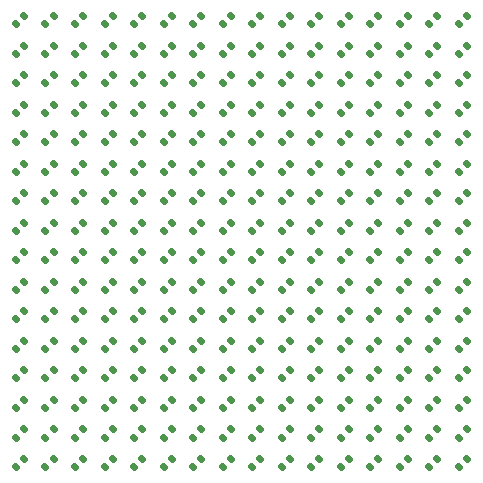
<source format=gtp>
G04 #@! TF.GenerationSoftware,KiCad,Pcbnew,7.0.10-7.0.10~ubuntu22.04.1*
G04 #@! TF.CreationDate,2024-07-08T11:58:00-07:00*
G04 #@! TF.ProjectId,driver_cplex_rp2040,64726976-6572-45f6-9370-6c65785f7270,rev?*
G04 #@! TF.SameCoordinates,Original*
G04 #@! TF.FileFunction,Paste,Top*
G04 #@! TF.FilePolarity,Positive*
%FSLAX46Y46*%
G04 Gerber Fmt 4.6, Leading zero omitted, Abs format (unit mm)*
G04 Created by KiCad (PCBNEW 7.0.10-7.0.10~ubuntu22.04.1) date 2024-07-08 11:58:00*
%MOMM*%
%LPD*%
G01*
G04 APERTURE LIST*
G04 Aperture macros list*
%AMRoundRect*
0 Rectangle with rounded corners*
0 $1 Rounding radius*
0 $2 $3 $4 $5 $6 $7 $8 $9 X,Y pos of 4 corners*
0 Add a 4 corners polygon primitive as box body*
4,1,4,$2,$3,$4,$5,$6,$7,$8,$9,$2,$3,0*
0 Add four circle primitives for the rounded corners*
1,1,$1+$1,$2,$3*
1,1,$1+$1,$4,$5*
1,1,$1+$1,$6,$7*
1,1,$1+$1,$8,$9*
0 Add four rect primitives between the rounded corners*
20,1,$1+$1,$2,$3,$4,$5,0*
20,1,$1+$1,$4,$5,$6,$7,0*
20,1,$1+$1,$6,$7,$8,$9,0*
20,1,$1+$1,$8,$9,$2,$3,0*%
G04 Aperture macros list end*
%ADD10RoundRect,0.147500X-0.017678X0.226274X-0.226274X0.017678X0.017678X-0.226274X0.226274X-0.017678X0*%
G04 APERTURE END LIST*
D10*
X79092947Y-63407053D03*
X78407053Y-64092947D03*
X76592947Y-83407053D03*
X75907053Y-84092947D03*
X76592947Y-63407053D03*
X75907053Y-64092947D03*
X74092947Y-83407053D03*
X73407053Y-84092947D03*
X74092947Y-63407053D03*
X73407053Y-64092947D03*
X71592947Y-83407053D03*
X70907053Y-84092947D03*
X71592947Y-63407053D03*
X70907053Y-64092947D03*
X79092947Y-80907053D03*
X78407053Y-81592947D03*
X79092947Y-60907053D03*
X78407053Y-61592947D03*
X76592947Y-80907053D03*
X75907053Y-81592947D03*
X76592947Y-60907053D03*
X75907053Y-61592947D03*
X74092947Y-80907053D03*
X73407053Y-81592947D03*
X74092947Y-60907053D03*
X73407053Y-61592947D03*
X71592947Y-80907053D03*
X70907053Y-81592947D03*
X79092947Y-78407053D03*
X78407053Y-79092947D03*
X71592947Y-60907053D03*
X70907053Y-61592947D03*
X79092947Y-85907053D03*
X78407053Y-86592947D03*
X76592947Y-68407053D03*
X75907053Y-69092947D03*
X76592947Y-88407053D03*
X75907053Y-89092947D03*
X69092947Y-88407053D03*
X68407053Y-89092947D03*
X79092947Y-68407053D03*
X78407053Y-69092947D03*
X74092947Y-88407053D03*
X73407053Y-89092947D03*
X74092947Y-68407053D03*
X73407053Y-69092947D03*
X71592947Y-88407053D03*
X70907053Y-89092947D03*
X71592947Y-68407053D03*
X70907053Y-69092947D03*
X79092947Y-83407053D03*
X78407053Y-84092947D03*
X79092947Y-65907053D03*
X78407053Y-66592947D03*
X76592947Y-85907053D03*
X75907053Y-86592947D03*
X76592947Y-65907053D03*
X75907053Y-66592947D03*
X74092947Y-85907053D03*
X73407053Y-86592947D03*
X74092947Y-65907053D03*
X73407053Y-66592947D03*
X71592947Y-85907053D03*
X70907053Y-86592947D03*
X71592947Y-65907053D03*
X70907053Y-66592947D03*
X79092947Y-53407053D03*
X78407053Y-54092947D03*
X69092947Y-65907053D03*
X68407053Y-66592947D03*
X71592947Y-50907053D03*
X70907053Y-51592947D03*
X71592947Y-70907053D03*
X70907053Y-71592947D03*
X74092947Y-50907053D03*
X73407053Y-51592947D03*
X74092947Y-70907053D03*
X73407053Y-71592947D03*
X76592947Y-50907053D03*
X75907053Y-51592947D03*
X76592947Y-70907053D03*
X75907053Y-71592947D03*
X79092947Y-50907053D03*
X78407053Y-51592947D03*
X79092947Y-70907053D03*
X78407053Y-71592947D03*
X71592947Y-53407053D03*
X70907053Y-54092947D03*
X71592947Y-73407053D03*
X70907053Y-74092947D03*
X74092947Y-53407053D03*
X73407053Y-54092947D03*
X74092947Y-73407053D03*
X73407053Y-74092947D03*
X76592947Y-53407053D03*
X75907053Y-54092947D03*
X76592947Y-73407053D03*
X75907053Y-74092947D03*
X79092947Y-58407053D03*
X78407053Y-59092947D03*
X79092947Y-73407053D03*
X78407053Y-74092947D03*
X71592947Y-55907053D03*
X70907053Y-56592947D03*
X71592947Y-75907053D03*
X70907053Y-76592947D03*
X74092947Y-55907053D03*
X73407053Y-56592947D03*
X74092947Y-75907053D03*
X73407053Y-76592947D03*
X76592947Y-55907053D03*
X75907053Y-56592947D03*
X76592947Y-75907053D03*
X75907053Y-76592947D03*
X79092947Y-55907053D03*
X78407053Y-56592947D03*
X79092947Y-75907053D03*
X78407053Y-76592947D03*
X71592947Y-58407053D03*
X70907053Y-59092947D03*
X71592947Y-78407053D03*
X70907053Y-79092947D03*
X74092947Y-58407053D03*
X73407053Y-59092947D03*
X74092947Y-78407053D03*
X73407053Y-79092947D03*
X76592947Y-58407053D03*
X75907053Y-59092947D03*
X76592947Y-78407053D03*
X75907053Y-79092947D03*
X89092947Y-80907053D03*
X88407053Y-81592947D03*
X89092947Y-83407053D03*
X88407053Y-84092947D03*
X89092947Y-63407053D03*
X88407053Y-64092947D03*
X86592947Y-83407053D03*
X85907053Y-84092947D03*
X86592947Y-63407053D03*
X85907053Y-64092947D03*
X84092947Y-83407053D03*
X83407053Y-84092947D03*
X84092947Y-63407053D03*
X83407053Y-64092947D03*
X81592947Y-83407053D03*
X80907053Y-84092947D03*
X81592947Y-63407053D03*
X80907053Y-64092947D03*
X81592947Y-65907053D03*
X80907053Y-66592947D03*
X89092947Y-60907053D03*
X88407053Y-61592947D03*
X86592947Y-80907053D03*
X85907053Y-81592947D03*
X86592947Y-60907053D03*
X85907053Y-61592947D03*
X84092947Y-80907053D03*
X83407053Y-81592947D03*
X84092947Y-60907053D03*
X83407053Y-61592947D03*
X81592947Y-80907053D03*
X80907053Y-81592947D03*
X81592947Y-60907053D03*
X80907053Y-61592947D03*
X89092947Y-78407053D03*
X88407053Y-79092947D03*
X81592947Y-85907053D03*
X80907053Y-86592947D03*
X84092947Y-65907053D03*
X83407053Y-66592947D03*
X84092947Y-85907053D03*
X83407053Y-86592947D03*
X86592947Y-65907053D03*
X85907053Y-66592947D03*
X86592947Y-85907053D03*
X85907053Y-86592947D03*
X89092947Y-65907053D03*
X88407053Y-66592947D03*
X89092947Y-85907053D03*
X88407053Y-86592947D03*
X81592947Y-68407053D03*
X80907053Y-69092947D03*
X81592947Y-88407053D03*
X80907053Y-89092947D03*
X84092947Y-68407053D03*
X83407053Y-69092947D03*
X84092947Y-88407053D03*
X83407053Y-89092947D03*
X86592947Y-68407053D03*
X85907053Y-69092947D03*
X86592947Y-88407053D03*
X85907053Y-89092947D03*
X89092947Y-68407053D03*
X88407053Y-69092947D03*
X89092947Y-88407053D03*
X88407053Y-89092947D03*
X89092947Y-73407053D03*
X88407053Y-74092947D03*
X81592947Y-50907053D03*
X80907053Y-51592947D03*
X81592947Y-70907053D03*
X80907053Y-71592947D03*
X84092947Y-50907053D03*
X83407053Y-51592947D03*
X84092947Y-70907053D03*
X83407053Y-71592947D03*
X86592947Y-50907053D03*
X85907053Y-51592947D03*
X86592947Y-70907053D03*
X85907053Y-71592947D03*
X89092947Y-50907053D03*
X88407053Y-51592947D03*
X89092947Y-70907053D03*
X88407053Y-71592947D03*
X81592947Y-53407053D03*
X80907053Y-54092947D03*
X81592947Y-73407053D03*
X80907053Y-74092947D03*
X84092947Y-53407053D03*
X83407053Y-54092947D03*
X84092947Y-73407053D03*
X83407053Y-74092947D03*
X86592947Y-53407053D03*
X85907053Y-54092947D03*
X86592947Y-73407053D03*
X85907053Y-74092947D03*
X89092947Y-53407053D03*
X88407053Y-54092947D03*
X79092947Y-88407053D03*
X78407053Y-89092947D03*
X81592947Y-55907053D03*
X80907053Y-56592947D03*
X81592947Y-75907053D03*
X80907053Y-76592947D03*
X84092947Y-55907053D03*
X83407053Y-56592947D03*
X84092947Y-75907053D03*
X83407053Y-76592947D03*
X86592947Y-55907053D03*
X85907053Y-56592947D03*
X86592947Y-75907053D03*
X85907053Y-76592947D03*
X89092947Y-55907053D03*
X88407053Y-56592947D03*
X89092947Y-75907053D03*
X88407053Y-76592947D03*
X81592947Y-58407053D03*
X80907053Y-59092947D03*
X81592947Y-78407053D03*
X80907053Y-79092947D03*
X84092947Y-58407053D03*
X83407053Y-59092947D03*
X84092947Y-78407053D03*
X83407053Y-79092947D03*
X86592947Y-58407053D03*
X85907053Y-59092947D03*
X86592947Y-78407053D03*
X85907053Y-79092947D03*
X89092947Y-58407053D03*
X88407053Y-59092947D03*
X59092947Y-83407053D03*
X58407053Y-84092947D03*
X51592947Y-60907053D03*
X50907053Y-61592947D03*
X51592947Y-80907053D03*
X50907053Y-81592947D03*
X54092947Y-60907053D03*
X53407053Y-61592947D03*
X54092947Y-80907053D03*
X53407053Y-81592947D03*
X56592947Y-60907053D03*
X55907053Y-61592947D03*
X56592947Y-80907053D03*
X55907053Y-81592947D03*
X59092947Y-60907053D03*
X58407053Y-61592947D03*
X59092947Y-80907053D03*
X58407053Y-81592947D03*
X51592947Y-63407053D03*
X50907053Y-64092947D03*
X51592947Y-83407053D03*
X50907053Y-84092947D03*
X54092947Y-63407053D03*
X53407053Y-64092947D03*
X54092947Y-83407053D03*
X53407053Y-84092947D03*
X56592947Y-63407053D03*
X55907053Y-64092947D03*
X56592947Y-83407053D03*
X55907053Y-84092947D03*
X59092947Y-63407053D03*
X58407053Y-64092947D03*
X59092947Y-78407053D03*
X58407053Y-79092947D03*
X51592947Y-65907053D03*
X50907053Y-66592947D03*
X51592947Y-85907053D03*
X50907053Y-86592947D03*
X54092947Y-65907053D03*
X53407053Y-66592947D03*
X54092947Y-85907053D03*
X53407053Y-86592947D03*
X56592947Y-65907053D03*
X55907053Y-66592947D03*
X56592947Y-85907053D03*
X55907053Y-86592947D03*
X59092947Y-65907053D03*
X58407053Y-66592947D03*
X59092947Y-85907053D03*
X58407053Y-86592947D03*
X51592947Y-68407053D03*
X50907053Y-69092947D03*
X51592947Y-88407053D03*
X50907053Y-89092947D03*
X54092947Y-68407053D03*
X53407053Y-69092947D03*
X54092947Y-88407053D03*
X53407053Y-89092947D03*
X56592947Y-68407053D03*
X55907053Y-69092947D03*
X56592947Y-88407053D03*
X55907053Y-89092947D03*
X59092947Y-68407053D03*
X58407053Y-69092947D03*
X59092947Y-73407053D03*
X58407053Y-74092947D03*
X51592947Y-50907053D03*
X50907053Y-51592947D03*
X51592947Y-70907053D03*
X50907053Y-71592947D03*
X54092947Y-50907053D03*
X53407053Y-51592947D03*
X54092947Y-70907053D03*
X53407053Y-71592947D03*
X56592947Y-50907053D03*
X55907053Y-51592947D03*
X56592947Y-70907053D03*
X55907053Y-71592947D03*
X59092947Y-50907053D03*
X58407053Y-51592947D03*
X59092947Y-70907053D03*
X58407053Y-71592947D03*
X51592947Y-53407053D03*
X50907053Y-54092947D03*
X51592947Y-73407053D03*
X50907053Y-74092947D03*
X54092947Y-53407053D03*
X53407053Y-54092947D03*
X54092947Y-73407053D03*
X53407053Y-74092947D03*
X56592947Y-53407053D03*
X55907053Y-54092947D03*
X56592947Y-73407053D03*
X55907053Y-74092947D03*
X59092947Y-53407053D03*
X58407053Y-54092947D03*
X66592947Y-88407053D03*
X65907053Y-89092947D03*
X51592947Y-55907053D03*
X50907053Y-56592947D03*
X51592947Y-75907053D03*
X50907053Y-76592947D03*
X54092947Y-55907053D03*
X53407053Y-56592947D03*
X54092947Y-75907053D03*
X53407053Y-76592947D03*
X56592947Y-55907053D03*
X55907053Y-56592947D03*
X56592947Y-75907053D03*
X55907053Y-76592947D03*
X59092947Y-55907053D03*
X58407053Y-56592947D03*
X59092947Y-75907053D03*
X58407053Y-76592947D03*
X51592947Y-58407053D03*
X50907053Y-59092947D03*
X51592947Y-78407053D03*
X50907053Y-79092947D03*
X54092947Y-58407053D03*
X53407053Y-59092947D03*
X54092947Y-78407053D03*
X53407053Y-79092947D03*
X56592947Y-58407053D03*
X55907053Y-59092947D03*
X56592947Y-78407053D03*
X55907053Y-79092947D03*
X59092947Y-58407053D03*
X58407053Y-59092947D03*
X69092947Y-63407053D03*
X68407053Y-64092947D03*
X69092947Y-78407053D03*
X68407053Y-79092947D03*
X61592947Y-60907053D03*
X60907053Y-61592947D03*
X61592947Y-80907053D03*
X60907053Y-81592947D03*
X64092947Y-60907053D03*
X63407053Y-61592947D03*
X64092947Y-80907053D03*
X63407053Y-81592947D03*
X66592947Y-60907053D03*
X65907053Y-61592947D03*
X66592947Y-80907053D03*
X65907053Y-81592947D03*
X69092947Y-60907053D03*
X68407053Y-61592947D03*
X69092947Y-80907053D03*
X68407053Y-81592947D03*
X61592947Y-63407053D03*
X60907053Y-64092947D03*
X61592947Y-83407053D03*
X60907053Y-84092947D03*
X64092947Y-63407053D03*
X63407053Y-64092947D03*
X64092947Y-83407053D03*
X63407053Y-84092947D03*
X66592947Y-63407053D03*
X65907053Y-64092947D03*
X66592947Y-83407053D03*
X65907053Y-84092947D03*
X61592947Y-50907053D03*
X60907053Y-51592947D03*
X69092947Y-83407053D03*
X68407053Y-84092947D03*
X61592947Y-65907053D03*
X60907053Y-66592947D03*
X61592947Y-85907053D03*
X60907053Y-86592947D03*
X64092947Y-65907053D03*
X63407053Y-66592947D03*
X64092947Y-85907053D03*
X63407053Y-86592947D03*
X66592947Y-65907053D03*
X65907053Y-66592947D03*
X66592947Y-85907053D03*
X65907053Y-86592947D03*
X69092947Y-85907053D03*
X68407053Y-86592947D03*
X61592947Y-68407053D03*
X60907053Y-69092947D03*
X61592947Y-88407053D03*
X60907053Y-89092947D03*
X64092947Y-68407053D03*
X63407053Y-69092947D03*
X64092947Y-88407053D03*
X63407053Y-89092947D03*
X66592947Y-68407053D03*
X65907053Y-69092947D03*
X69092947Y-68407053D03*
X68407053Y-69092947D03*
X66592947Y-78407053D03*
X65907053Y-79092947D03*
X59092947Y-88407053D03*
X58407053Y-89092947D03*
X61592947Y-70907053D03*
X60907053Y-71592947D03*
X64092947Y-50907053D03*
X63407053Y-51592947D03*
X64092947Y-70907053D03*
X63407053Y-71592947D03*
X66592947Y-50907053D03*
X65907053Y-51592947D03*
X66592947Y-70907053D03*
X65907053Y-71592947D03*
X69092947Y-50907053D03*
X68407053Y-51592947D03*
X69092947Y-58407053D03*
X68407053Y-59092947D03*
X69092947Y-70907053D03*
X68407053Y-71592947D03*
X61592947Y-53407053D03*
X60907053Y-54092947D03*
X61592947Y-73407053D03*
X60907053Y-74092947D03*
X64092947Y-53407053D03*
X63407053Y-54092947D03*
X64092947Y-73407053D03*
X63407053Y-74092947D03*
X66592947Y-53407053D03*
X65907053Y-54092947D03*
X66592947Y-73407053D03*
X65907053Y-74092947D03*
X69092947Y-73407053D03*
X68407053Y-74092947D03*
X69092947Y-53407053D03*
X68407053Y-54092947D03*
X66592947Y-58407053D03*
X65907053Y-59092947D03*
X64092947Y-78407053D03*
X63407053Y-79092947D03*
X64092947Y-58407053D03*
X63407053Y-59092947D03*
X61592947Y-78407053D03*
X60907053Y-79092947D03*
X61592947Y-58407053D03*
X60907053Y-59092947D03*
X69092947Y-75907053D03*
X68407053Y-76592947D03*
X69092947Y-55907053D03*
X68407053Y-56592947D03*
X66592947Y-75907053D03*
X65907053Y-76592947D03*
X66592947Y-55907053D03*
X65907053Y-56592947D03*
X64092947Y-75907053D03*
X63407053Y-76592947D03*
X64092947Y-55907053D03*
X63407053Y-56592947D03*
X61592947Y-75907053D03*
X60907053Y-76592947D03*
X61592947Y-55907053D03*
X60907053Y-56592947D03*
M02*

</source>
